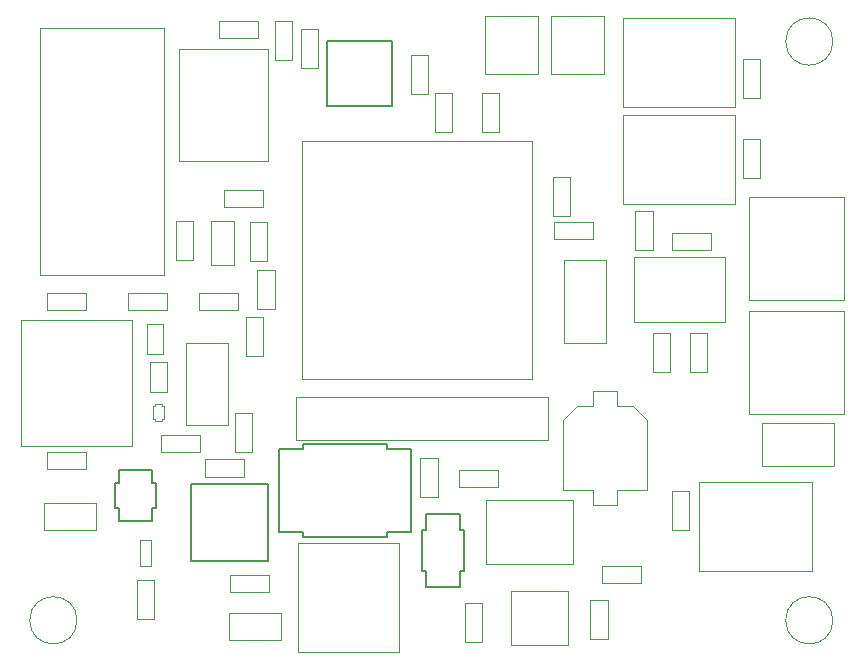
<source format=gbr>
%TF.GenerationSoftware,KiCad,Pcbnew,7.0.8*%
%TF.CreationDate,2024-01-31T02:26:52-05:00*%
%TF.ProjectId,AT01_no_ftdi,41543031-5f6e-46f5-9f66-7464692e6b69,rev?*%
%TF.SameCoordinates,PX6ea0500PY7735940*%
%TF.FileFunction,Other,User*%
%FSLAX46Y46*%
G04 Gerber Fmt 4.6, Leading zero omitted, Abs format (unit mm)*
G04 Created by KiCad (PCBNEW 7.0.8) date 2024-01-31 02:26:52*
%MOMM*%
%LPD*%
G01*
G04 APERTURE LIST*
%ADD10C,0.152400*%
%ADD11C,0.050000*%
G04 APERTURE END LIST*
D10*
%TO.C,U3*%
X34542400Y5845400D02*
X34542400Y7151000D01*
X37457600Y5845400D02*
X34542400Y5845400D01*
X37457600Y5845400D02*
X37457600Y7151000D01*
X34246000Y7151000D02*
X34246000Y10659000D01*
X34542400Y7151000D02*
X34246000Y7151000D01*
X37754000Y7151000D02*
X37457600Y7151000D01*
X34246000Y10659000D02*
X34542400Y10659000D01*
X37457600Y10659000D02*
X37754000Y10659000D01*
X37754000Y10659000D02*
X37754000Y7151000D01*
X34542400Y11964600D02*
X34542400Y10659000D01*
X34542400Y11964600D02*
X37457600Y11964600D01*
X37457600Y11964600D02*
X37457600Y10659000D01*
%TO.C,U2*%
X11382601Y15763600D02*
X11382601Y14656800D01*
X8517401Y15763600D02*
X11382601Y15763600D01*
X8517401Y15763600D02*
X8517401Y14656800D01*
X11651801Y14656800D02*
X11651801Y12523200D01*
X11382601Y14656800D02*
X11651801Y14656800D01*
X8248201Y14656800D02*
X8517401Y14656800D01*
X11651801Y12523200D02*
X11382601Y12523200D01*
X8517401Y12523200D02*
X8248201Y12523200D01*
X8248201Y12523200D02*
X8248201Y14656800D01*
X11382601Y11416400D02*
X11382601Y12523200D01*
X11382601Y11416400D02*
X8517401Y11416400D01*
X8517401Y11416400D02*
X8517401Y12523200D01*
%TO.C,U1*%
X26144155Y46514100D02*
X26144155Y47415800D01*
X26144155Y47415800D02*
X26144155Y47415800D01*
X26144155Y47415800D02*
X26144155Y51124200D01*
X26144155Y51124200D02*
X26144155Y51124200D01*
X26144155Y51124200D02*
X26144155Y52025900D01*
X26144155Y52025900D02*
X27045855Y52025900D01*
X27045855Y52025900D02*
X27045855Y52025900D01*
X27045855Y52025900D02*
X30754255Y52025900D01*
X30754255Y52025900D02*
X30754255Y52025900D01*
X30754255Y52025900D02*
X31655955Y52025900D01*
X31655955Y52025900D02*
X31655955Y51124200D01*
X31655955Y51124200D02*
X31655955Y51124200D01*
X31655955Y51124200D02*
X31655955Y47415800D01*
X31655955Y47415800D02*
X31655955Y47415800D01*
X31655955Y47415800D02*
X31655955Y46514100D01*
X31655955Y46514100D02*
X30754255Y46514100D01*
X30754255Y46514100D02*
X30754255Y46514100D01*
X30754255Y46514100D02*
X27045855Y46514100D01*
X27045855Y46514100D02*
X27045855Y46514100D01*
X27045855Y46514100D02*
X26144155Y46514100D01*
D11*
%TO.C,C7*%
X16320000Y33057500D02*
X16320000Y36817500D01*
X18280000Y33057500D02*
X16320000Y33057500D01*
X16320000Y36817500D02*
X18280000Y36817500D01*
X18280000Y36817500D02*
X18280000Y33057500D01*
%TO.C,J6*%
X62960000Y19700000D02*
X62960000Y16100000D01*
X69110000Y19700000D02*
X62960000Y19700000D01*
X62960000Y16100000D02*
X69110000Y16100000D01*
X69110000Y16100000D02*
X69110000Y19700000D01*
%TO.C,D2*%
X12600000Y22350000D02*
X11200000Y22350000D01*
X11200000Y24850000D02*
X12600000Y24850000D01*
X12600000Y24850000D02*
X12600000Y22350000D01*
X11200000Y22350000D02*
X11200000Y24850000D01*
%TO.C,R2*%
X15850000Y16630000D02*
X19150000Y16630000D01*
X19150000Y15170000D02*
X15850000Y15170000D01*
X15850000Y15170000D02*
X15850000Y16630000D01*
X19150000Y16630000D02*
X19150000Y15170000D01*
%TO.C,D12*%
X10900000Y28050000D02*
X12300000Y28050000D01*
X12300000Y25550000D02*
X10900000Y25550000D01*
X10900000Y25550000D02*
X10900000Y28050000D01*
X12300000Y28050000D02*
X12300000Y25550000D01*
%TO.C,D3*%
X11620000Y19850000D02*
X12180000Y19850000D01*
X12180000Y19850000D02*
X12180000Y20050000D01*
X11450000Y21150000D02*
X11620000Y21150000D01*
X11620000Y21150000D02*
X11620000Y21350000D01*
X12180000Y21150000D02*
X12350000Y21150000D01*
X11620000Y20050000D02*
X11620000Y19850000D01*
X11620000Y20050000D02*
X11450000Y20050000D01*
X12180000Y21350000D02*
X12180000Y21150000D01*
X12350000Y20050000D02*
X12180000Y20050000D01*
X11450000Y20050000D02*
X11450000Y21150000D01*
X12350000Y21150000D02*
X12350000Y20050000D01*
X11620000Y21350000D02*
X12180000Y21350000D01*
%TO.C,R8*%
X36730000Y47650000D02*
X36730000Y44350000D01*
X35270000Y47650000D02*
X36730000Y47650000D01*
X36730000Y44350000D02*
X35270000Y44350000D01*
X35270000Y44350000D02*
X35270000Y47650000D01*
%TO.C,C15*%
X34070000Y13450000D02*
X34070000Y16750000D01*
X35530000Y13450000D02*
X34070000Y13450000D01*
X34070000Y16750000D02*
X35530000Y16750000D01*
X35530000Y16750000D02*
X35530000Y13450000D01*
%TO.C,C4*%
X33270000Y47587500D02*
X33270000Y50887500D01*
X34730000Y47587500D02*
X33270000Y47587500D01*
X33270000Y50887500D02*
X34730000Y50887500D01*
X34730000Y50887500D02*
X34730000Y47587500D01*
%TO.C,D5*%
X44050000Y54125000D02*
X39550000Y54125000D01*
X39550000Y54125000D02*
X39550000Y49275000D01*
X44050000Y49275000D02*
X44050000Y54125000D01*
X39550000Y49275000D02*
X44050000Y49275000D01*
%TO.C,SW1*%
X51250000Y54000000D02*
X51500000Y54000000D01*
X51250000Y53750000D02*
X51250000Y54000000D01*
X51250000Y46750000D02*
X51250000Y53750000D01*
X51250000Y46750000D02*
X51250000Y46500000D01*
X51250000Y46500000D02*
X51500000Y46500000D01*
X51500000Y54000000D02*
X60500000Y54000000D01*
X60500000Y54000000D02*
X60750000Y54000000D01*
X60500000Y46500000D02*
X51500000Y46500000D01*
X60500000Y46500000D02*
X60750000Y46500000D01*
X60750000Y54000000D02*
X60750000Y53750000D01*
X60750000Y53750000D02*
X60750000Y46750000D01*
X60750000Y46500000D02*
X60750000Y46750000D01*
%TO.C,H3*%
X5000000Y3000000D02*
G75*
G03*
X5000000Y3000000I-2000000J0D01*
G01*
%TO.C,C10*%
X53730000Y37650000D02*
X53730000Y34350000D01*
X52270000Y37650000D02*
X53730000Y37650000D01*
X53730000Y34350000D02*
X52270000Y34350000D01*
X52270000Y34350000D02*
X52270000Y37650000D01*
%TO.C,J2*%
X9670000Y28430000D02*
X250000Y28430000D01*
X9670000Y28430000D02*
X9670000Y17790000D01*
X250000Y28430000D02*
X250000Y17790000D01*
X9670000Y17790000D02*
X250000Y17790000D01*
D10*
%TO.C,K1*%
X22095100Y17492500D02*
X24127100Y17492500D01*
X22095100Y10507500D02*
X22095100Y17492500D01*
X22095100Y10507500D02*
X24127100Y10507500D01*
X24127100Y17937000D02*
X31289900Y17937000D01*
X24127100Y17492500D02*
X24127100Y17937000D01*
X24127100Y10063000D02*
X24127100Y10507500D01*
X31289900Y17937000D02*
X31289900Y17492500D01*
X31289900Y10507500D02*
X31289900Y10063000D01*
X31289900Y10063000D02*
X24127100Y10063000D01*
X33321900Y17492500D02*
X31289900Y17492500D01*
X33321900Y17492500D02*
X33321900Y10507500D01*
X33321900Y10507500D02*
X31289900Y10507500D01*
D11*
%TO.C,R1*%
X61370000Y47250000D02*
X61370000Y50550000D01*
X62830000Y47250000D02*
X61370000Y47250000D01*
X61370000Y50550000D02*
X62830000Y50550000D01*
X62830000Y50550000D02*
X62830000Y47250000D01*
D10*
%TO.C,L1*%
X21151200Y14551200D02*
X21151200Y8048800D01*
X14648800Y14551200D02*
X21151200Y14551200D01*
X21151200Y8048800D02*
X14648800Y8048800D01*
X14648800Y8048800D02*
X14648800Y14551200D01*
D11*
%TO.C,R5*%
X15350000Y30730000D02*
X18650000Y30730000D01*
X15350000Y29270000D02*
X15350000Y30730000D01*
X18650000Y30730000D02*
X18650000Y29270000D01*
X18650000Y29270000D02*
X15350000Y29270000D01*
%TO.C,R15*%
X11270000Y9800000D02*
X11270000Y7600000D01*
X10330000Y9800000D02*
X11270000Y9800000D01*
X11270000Y7600000D02*
X10330000Y7600000D01*
X10330000Y7600000D02*
X10330000Y9800000D01*
%TO.C,R4*%
X20730000Y28650000D02*
X20730000Y25350000D01*
X19270000Y28650000D02*
X20730000Y28650000D01*
X20730000Y25350000D02*
X19270000Y25350000D01*
X19270000Y25350000D02*
X19270000Y28650000D01*
%TO.C,C17*%
X21130000Y36750000D02*
X21130000Y33450000D01*
X19670000Y36750000D02*
X21130000Y36750000D01*
X21130000Y33450000D02*
X19670000Y33450000D01*
X19670000Y33450000D02*
X19670000Y36750000D01*
%TO.C,D9*%
X22300000Y1350000D02*
X22300000Y3650000D01*
X22300000Y1350000D02*
X17900000Y1350000D01*
X17900000Y1350000D02*
X17900000Y3650000D01*
X17900000Y3650000D02*
X22300000Y3650000D01*
%TO.C,R14*%
X5750000Y15770000D02*
X2450000Y15770000D01*
X5750000Y17230000D02*
X5750000Y15770000D01*
X2450000Y15770000D02*
X2450000Y17230000D01*
X2450000Y17230000D02*
X5750000Y17230000D01*
%TO.C,H2*%
X69000000Y3000000D02*
G75*
G03*
X69000000Y3000000I-2000000J0D01*
G01*
%TO.C,J4*%
X61900000Y30100000D02*
X69900000Y30100000D01*
X69900000Y30100000D02*
X69900000Y38800000D01*
X61900000Y38800000D02*
X61900000Y30100000D01*
X69900000Y38800000D02*
X61900000Y38800000D01*
%TO.C,U6*%
X24050000Y23410000D02*
X24050000Y43560000D01*
X24050000Y23410000D02*
X43550000Y23410000D01*
X43550000Y43560000D02*
X24050000Y43560000D01*
X43550000Y43560000D02*
X43550000Y23410000D01*
%TO.C,R11*%
X45270000Y37262500D02*
X45270000Y40562500D01*
X46730000Y37262500D02*
X45270000Y37262500D01*
X45270000Y40562500D02*
X46730000Y40562500D01*
X46730000Y40562500D02*
X46730000Y37262500D01*
%TO.C,R13*%
X5750000Y29270000D02*
X2450000Y29270000D01*
X5750000Y30730000D02*
X5750000Y29270000D01*
X2450000Y29270000D02*
X2450000Y30730000D01*
X2450000Y30730000D02*
X5750000Y30730000D01*
%TO.C,C13*%
X17950000Y6830000D02*
X21250000Y6830000D01*
X17950000Y5370000D02*
X17950000Y6830000D01*
X21250000Y6830000D02*
X21250000Y5370000D01*
X21250000Y5370000D02*
X17950000Y5370000D01*
%TO.C,C18*%
X20750000Y37970000D02*
X17450000Y37970000D01*
X20750000Y39430000D02*
X20750000Y37970000D01*
X17450000Y37970000D02*
X17450000Y39430000D01*
X17450000Y39430000D02*
X20750000Y39430000D01*
%TO.C,C5*%
X12650000Y29270000D02*
X9350000Y29270000D01*
X12650000Y30730000D02*
X12650000Y29270000D01*
X9350000Y29270000D02*
X9350000Y30730000D01*
X9350000Y30730000D02*
X12650000Y30730000D01*
%TO.C,D1*%
X17750000Y26500000D02*
X17750000Y19500000D01*
X14250000Y26500000D02*
X17750000Y26500000D01*
X17750000Y19500000D02*
X14250000Y19500000D01*
X14250000Y19500000D02*
X14250000Y26500000D01*
%TO.C,R18*%
X39330000Y4450000D02*
X39330000Y1150000D01*
X37870000Y4450000D02*
X39330000Y4450000D01*
X39330000Y1150000D02*
X37870000Y1150000D01*
X37870000Y1150000D02*
X37870000Y4450000D01*
%TO.C,SW2*%
X57700000Y14700000D02*
X57950000Y14700000D01*
X57700000Y14450000D02*
X57700000Y14700000D01*
X57700000Y7450000D02*
X57700000Y14450000D01*
X57700000Y7450000D02*
X57700000Y7200000D01*
X57700000Y7200000D02*
X57950000Y7200000D01*
X57950000Y14700000D02*
X66950000Y14700000D01*
X66950000Y14700000D02*
X67200000Y14700000D01*
X66950000Y7200000D02*
X57950000Y7200000D01*
X66950000Y7200000D02*
X67200000Y7200000D01*
X67200000Y14700000D02*
X67200000Y14450000D01*
X67200000Y14450000D02*
X67200000Y7450000D01*
X67200000Y7200000D02*
X67200000Y7450000D01*
%TO.C,J3*%
X44860000Y21900000D02*
X23510000Y21900000D01*
X23510000Y21900000D02*
X23510000Y18300000D01*
X44860000Y18300000D02*
X44860000Y21900000D01*
X23510000Y18300000D02*
X44860000Y18300000D01*
%TO.C,R10*%
X48650000Y35270000D02*
X45350000Y35270000D01*
X48650000Y36730000D02*
X48650000Y35270000D01*
X45350000Y35270000D02*
X45350000Y36730000D01*
X45350000Y36730000D02*
X48650000Y36730000D01*
%TO.C,C8*%
X12150000Y18730000D02*
X15450000Y18730000D01*
X12150000Y17270000D02*
X12150000Y18730000D01*
X15450000Y18730000D02*
X15450000Y17270000D01*
X15450000Y17270000D02*
X12150000Y17270000D01*
%TO.C,R6*%
X62830000Y43750000D02*
X62830000Y40450000D01*
X61370000Y43750000D02*
X62830000Y43750000D01*
X62830000Y40450000D02*
X61370000Y40450000D01*
X61370000Y40450000D02*
X61370000Y43750000D01*
%TO.C,U5*%
X59850000Y28250000D02*
X59850000Y33750000D01*
X59850000Y33750000D02*
X52150000Y33750000D01*
X52150000Y28250000D02*
X59850000Y28250000D01*
X52150000Y33750000D02*
X52150000Y28250000D01*
%TO.C,C1*%
X23970000Y49750000D02*
X23970000Y53050000D01*
X25430000Y49750000D02*
X23970000Y49750000D01*
X23970000Y53050000D02*
X25430000Y53050000D01*
X25430000Y53050000D02*
X25430000Y49750000D01*
%TO.C,R16*%
X56870000Y24050000D02*
X56870000Y27350000D01*
X58330000Y24050000D02*
X56870000Y24050000D01*
X56870000Y27350000D02*
X58330000Y27350000D01*
X58330000Y27350000D02*
X58330000Y24050000D01*
%TO.C,R7*%
X40730000Y47650000D02*
X40730000Y44350000D01*
X39270000Y47650000D02*
X40730000Y47650000D01*
X40730000Y44350000D02*
X39270000Y44350000D01*
X39270000Y44350000D02*
X39270000Y47650000D01*
%TO.C,C11*%
X53770000Y24050000D02*
X53770000Y27350000D01*
X55230000Y24050000D02*
X53770000Y24050000D01*
X53770000Y27350000D02*
X55230000Y27350000D01*
X55230000Y27350000D02*
X55230000Y24050000D01*
%TO.C,C2*%
X56830000Y13950000D02*
X56830000Y10650000D01*
X55370000Y13950000D02*
X56830000Y13950000D01*
X56830000Y10650000D02*
X55370000Y10650000D01*
X55370000Y10650000D02*
X55370000Y13950000D01*
%TO.C,C9*%
X58650000Y34370000D02*
X55350000Y34370000D01*
X58650000Y35830000D02*
X58650000Y34370000D01*
X55350000Y34370000D02*
X55350000Y35830000D01*
X55350000Y35830000D02*
X58650000Y35830000D01*
%TO.C,SW3*%
X21150000Y51350000D02*
X21150000Y51100000D01*
X20900000Y51350000D02*
X21150000Y51350000D01*
X13900000Y51350000D02*
X20900000Y51350000D01*
X13900000Y51350000D02*
X13650000Y51350000D01*
X13650000Y51350000D02*
X13650000Y51100000D01*
X21150000Y51100000D02*
X21150000Y42100000D01*
X21150000Y42100000D02*
X21150000Y41850000D01*
X13650000Y42100000D02*
X13650000Y51100000D01*
X13650000Y42100000D02*
X13650000Y41850000D01*
X21150000Y41850000D02*
X20900000Y41850000D01*
X20900000Y41850000D02*
X13900000Y41850000D01*
X13650000Y41850000D02*
X13900000Y41850000D01*
%TO.C,C12*%
X50750000Y22400000D02*
X48650000Y22400000D01*
X48650000Y22400000D02*
X48650000Y21150000D01*
X52100000Y21150000D02*
X50750000Y21150000D01*
X52100000Y21150000D02*
X53250000Y20000000D01*
X50750000Y21150000D02*
X50750000Y22400000D01*
X48650000Y21150000D02*
X47300000Y21150000D01*
X47300000Y21150000D02*
X46150000Y20000000D01*
X53250000Y20000000D02*
X53250000Y14050000D01*
X46150000Y20000000D02*
X46150000Y14050000D01*
X53250000Y14050000D02*
X50750000Y14050000D01*
X50750000Y14050000D02*
X50750000Y12800000D01*
X48650000Y14050000D02*
X46150000Y14050000D01*
X50750000Y12800000D02*
X48650000Y12800000D01*
X48650000Y12800000D02*
X48650000Y14050000D01*
%TO.C,D8*%
X49750000Y33500000D02*
X49750000Y26500000D01*
X46250000Y33500000D02*
X49750000Y33500000D01*
X49750000Y26500000D02*
X46250000Y26500000D01*
X46250000Y26500000D02*
X46250000Y33500000D01*
%TO.C,D10*%
X41750000Y5450000D02*
X41750000Y950000D01*
X41750000Y950000D02*
X46600000Y950000D01*
X46600000Y5450000D02*
X41750000Y5450000D01*
X46600000Y950000D02*
X46600000Y5450000D01*
%TO.C,R3*%
X21770000Y50450000D02*
X21770000Y53750000D01*
X23230000Y50450000D02*
X21770000Y50450000D01*
X21770000Y53750000D02*
X23230000Y53750000D01*
X23230000Y53750000D02*
X23230000Y50450000D01*
%TO.C,R9*%
X18370000Y17250000D02*
X18370000Y20550000D01*
X19830000Y17250000D02*
X18370000Y17250000D01*
X18370000Y20550000D02*
X19830000Y20550000D01*
X19830000Y20550000D02*
X19830000Y17250000D01*
%TO.C,C20*%
X14830000Y36787500D02*
X14830000Y33487500D01*
X13370000Y36787500D02*
X14830000Y36787500D01*
X14830000Y33487500D02*
X13370000Y33487500D01*
X13370000Y33487500D02*
X13370000Y36787500D01*
%TO.C,H1*%
X69000000Y52000000D02*
G75*
G03*
X69000000Y52000000I-2000000J0D01*
G01*
%TO.C,C19*%
X21730000Y32650000D02*
X21730000Y29350000D01*
X20270000Y32650000D02*
X21730000Y32650000D01*
X21730000Y29350000D02*
X20270000Y29350000D01*
X20270000Y29350000D02*
X20270000Y32650000D01*
%TO.C,Q2*%
X39595000Y13200000D02*
X39595000Y7800000D01*
X39595000Y13200000D02*
X47005000Y13200000D01*
X39595000Y7800000D02*
X47005000Y7800000D01*
X47005000Y13200000D02*
X47005000Y7800000D01*
%TO.C,U4*%
X1850000Y53180000D02*
X1850000Y32220000D01*
X1850000Y32220000D02*
X12350000Y32220000D01*
X12350000Y53180000D02*
X1850000Y53180000D01*
X12350000Y32220000D02*
X12350000Y53180000D01*
%TO.C,J1*%
X32250000Y332500D02*
X32250000Y9532500D01*
X32250000Y9532500D02*
X23750000Y9532500D01*
X23750000Y332500D02*
X32250000Y332500D01*
X23750000Y9532500D02*
X23750000Y332500D01*
%TO.C,C3*%
X20350000Y52270000D02*
X17050000Y52270000D01*
X20350000Y53730000D02*
X20350000Y52270000D01*
X17050000Y52270000D02*
X17050000Y53730000D01*
X17050000Y53730000D02*
X20350000Y53730000D01*
%TO.C,R12*%
X11530000Y6450000D02*
X11530000Y3150000D01*
X10070000Y6450000D02*
X11530000Y6450000D01*
X11530000Y3150000D02*
X10070000Y3150000D01*
X10070000Y3150000D02*
X10070000Y6450000D01*
%TO.C,SW4*%
X51250000Y45750000D02*
X51500000Y45750000D01*
X51250000Y45500000D02*
X51250000Y45750000D01*
X51250000Y38500000D02*
X51250000Y45500000D01*
X51250000Y38500000D02*
X51250000Y38250000D01*
X51250000Y38250000D02*
X51500000Y38250000D01*
X51500000Y45750000D02*
X60500000Y45750000D01*
X60500000Y45750000D02*
X60750000Y45750000D01*
X60500000Y38250000D02*
X51500000Y38250000D01*
X60500000Y38250000D02*
X60750000Y38250000D01*
X60750000Y45750000D02*
X60750000Y45500000D01*
X60750000Y45500000D02*
X60750000Y38500000D01*
X60750000Y38250000D02*
X60750000Y38500000D01*
%TO.C,C14*%
X48470000Y1387500D02*
X48470000Y4687500D01*
X49930000Y1387500D02*
X48470000Y1387500D01*
X48470000Y4687500D02*
X49930000Y4687500D01*
X49930000Y4687500D02*
X49930000Y1387500D01*
%TO.C,R17*%
X52750000Y6170000D02*
X49450000Y6170000D01*
X52750000Y7630000D02*
X52750000Y6170000D01*
X49450000Y6170000D02*
X49450000Y7630000D01*
X49450000Y7630000D02*
X52750000Y7630000D01*
%TO.C,D4*%
X49650000Y54125000D02*
X45150000Y54125000D01*
X45150000Y54125000D02*
X45150000Y49275000D01*
X49650000Y49275000D02*
X49650000Y54125000D01*
X45150000Y49275000D02*
X49650000Y49275000D01*
%TO.C,J5*%
X61900000Y20500000D02*
X69900000Y20500000D01*
X69900000Y20500000D02*
X69900000Y29200000D01*
X61900000Y29200000D02*
X61900000Y20500000D01*
X69900000Y29200000D02*
X61900000Y29200000D01*
%TO.C,C16*%
X37350000Y15730000D02*
X40650000Y15730000D01*
X37350000Y14270000D02*
X37350000Y15730000D01*
X40650000Y15730000D02*
X40650000Y14270000D01*
X40650000Y14270000D02*
X37350000Y14270000D01*
%TO.C,D7*%
X2200000Y12950000D02*
X2200000Y10650000D01*
X2200000Y12950000D02*
X6600000Y12950000D01*
X6600000Y12950000D02*
X6600000Y10650000D01*
X6600000Y10650000D02*
X2200000Y10650000D01*
%TD*%
M02*

</source>
